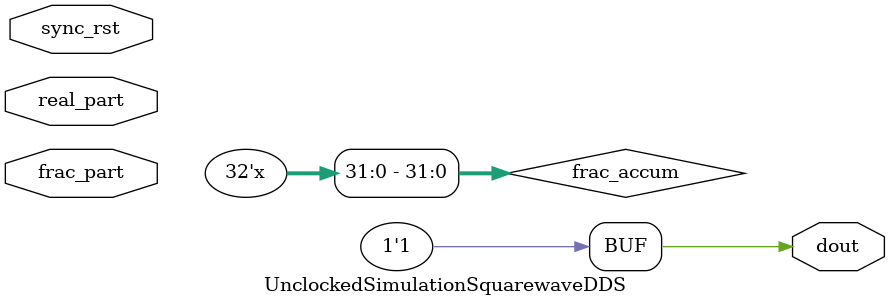
<source format=sv>
`timescale 1ns / 1ps
/***********************************************************************************************************************
*                                                                                                                      *
* ANTIKERNEL v0.1                                                                                                      *
*                                                                                                                      *
* Copyright (c) 2012-2018 Andrew D. Zonenberg                                                                          *
* All rights reserved.                                                                                                 *
*                                                                                                                      *
* Redistribution and use in source and binary forms, with or without modification, are permitted provided that the     *
* following conditions are met:                                                                                        *
*                                                                                                                      *
*    * Redistributions of source code must retain the above copyright notice, this list of conditions, and the         *
*      following disclaimer.                                                                                           *
*                                                                                                                      *
*    * Redistributions in binary form must reproduce the above copyright notice, this list of conditions and the       *
*      following disclaimer in the documentation and/or other materials provided with the distribution.                *
*                                                                                                                      *
*    * Neither the name of the author nor the names of any contributors may be used to endorse or promote products     *
*      derived from this software without specific prior written permission.                                           *
*                                                                                                                      *
* THIS SOFTWARE IS PROVIDED BY THE AUTHORS "AS IS" AND ANY EXPRESS OR IMPLIED WARRANTIES, INCLUDING, BUT NOT LIMITED   *
* TO, THE IMPLIED WARRANTIES OF MERCHANTABILITY AND FITNESS FOR A PARTICULAR PURPOSE ARE DISCLAIMED. IN NO EVENT SHALL *
* THE AUTHORS BE HELD LIABLE FOR ANY DIRECT, INDIRECT, INCIDENTAL, SPECIAL, EXEMPLARY, OR CONSEQUENTIAL DAMAGES        *
* (INCLUDING, BUT NOT LIMITED TO, PROCUREMENT OF SUBSTITUTE GOODS OR SERVICES; LOSS OF USE, DATA, OR PROFITS; OR       *
* BUSINESS INTERRUPTION) HOWEVER CAUSED AND ON ANY THEORY OF LIABILITY, WHETHER IN CONTRACT, STRICT LIABILITY, OR TORT *
* (INCLUDING NEGLIGENCE OR OTHERWISE) ARISING IN ANY WAY OUT OF THE USE OF THIS SOFTWARE, EVEN IF ADVISED OF THE       *
* POSSIBILITY OF SUCH DAMAGE.                                                                                          *
*                                                                                                                      *
***********************************************************************************************************************/

/**
	@file
	@author Andrew D. Zonenberg
	@brief DDS squarewave oscillator for producing arbitrary frequencies (with some jitter) in simulation.

	Periods may be specified with resolution smaller than the simulation time scale. This may be useful for generating
	extremely high frequency clocks.

	Instead of delays being measured in clock cycles as with SquarewaveDDS, they're measured in picoseconds.
 */
module UnclockedSimulationSquarewaveDDS(
	input wire			sync_rst,

	input wire[31:0]	real_part,
	input wire[31:0]	frac_part,

	output logic		dout
);

	////////////////////////////////////////////////////////////////////////////////////////////////////////////////////

	logic[32:0]	frac_accum;

	initial begin
		frac_accum = 0;
		dout = 0;
	end

	always begin

		//prevent zero-delay oscillation during reset etc
		if(real_part == 0)
			#1;

		#(0.001 * real_part);
		frac_accum = frac_accum + frac_part;
		if(frac_accum[32]) begin
			frac_accum[32]	= 0;
			#0.001;
		end
		dout = 0;

		#(0.001 * real_part);
		frac_accum = frac_accum + frac_part;
		if(frac_accum[32]) begin
			frac_accum[32]	= 0;
			#0.001;
		end
		dout = 1;

	end

endmodule

</source>
